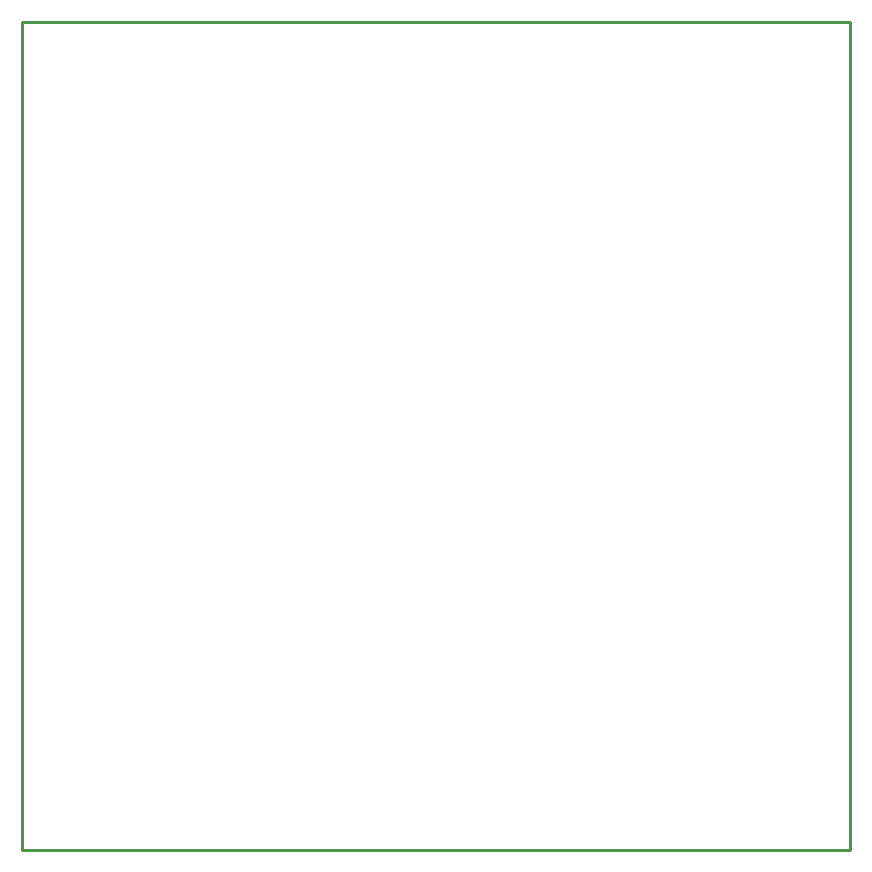
<source format=gbr>
G75*
G71*
%MOMM*%
%OFA0B0*%
%FSLAX53Y53*%
%IPPOS*%
%LPD*%
%ADD10C,0.25000*%
D10*
X0000000Y0000000D02*
X0000000Y0070100D01*
X0070100Y0070100D01*
X0070100Y0000000D01*
X0000000Y0000000D01*
M02*

</source>
